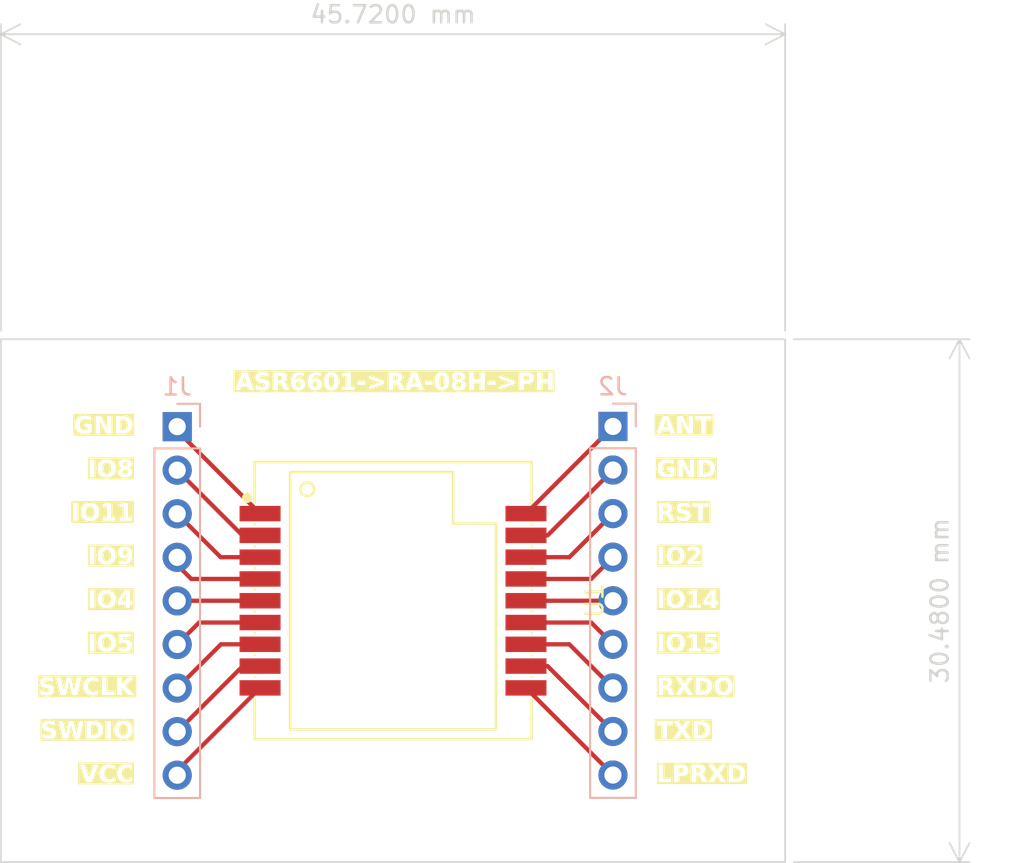
<source format=kicad_pcb>
(kicad_pcb (version 20221018) (generator pcbnew)
  (layers (0 "F.Cu" signal) (31 "B.Cu" signal) (34 "B.Paste" user) (35 "F.Paste" user) (36 "B.SilkS" user "B.Silkscreen") (37 "F.SilkS" user "F.Silkscreen") (38 "B.Mask" user) (39 "F.Mask" user) (44 "Edge.Cuts" user))
  (net 0 "")
  (net 1 "Net-(J1-Pin_1)")
  (net 2 "Net-(J1-Pin_2)")
  (net 3 "Net-(J1-Pin_3)")
  (net 4 "Net-(J1-Pin_4)")
  (net 5 "Net-(J1-Pin_5)")
  (net 6 "Net-(J1-Pin_6)")
  (net 7 "Net-(J1-Pin_7)")
  (net 8 "Net-(J1-Pin_8)")
  (net 9 "Net-(J1-Pin_9)")
  (net 10 "Net-(J2-Pin_1)")
  (net 11 "Net-(J2-Pin_2)")
  (net 12 "Net-(J2-Pin_3)")
  (net 13 "Net-(J2-Pin_4)")
  (net 14 "Net-(J2-Pin_5)")
  (net 15 "Net-(J2-Pin_6)")
  (net 16 "Net-(J2-Pin_7)")
  (net 17 "Net-(J2-Pin_8)")
  (net 18 "Net-(J2-Pin_9)")
  (footprint "PARTS:COMM-SMD_18P-L16.0-W16.0-P1.27-BL_RA-08H" (layer "F.Cu") (at 160.02 114.3 -90)
    (fp_text reference "U1" (at 0 -11.75 90) (layer "F.SilkS"))
    (fp_text value "RA-08H(915)")
    (fp_line (start -8.08 -8.08) (end -5.72 -8.08) (stroke (width 0.15)) (layer "F.SilkS"))
    (fp_line (start -8.08 8.07) (end -8.08 -8.08) (stroke (width 0.15)) (layer "F.SilkS"))
    (fp_line (start -7.5 -3.5) (end -7.5 6) (stroke (width 0.15)) (layer "F.SilkS"))
    (fp_line (start -7.5 6) (end 7.5 6) (stroke (width 0.15)) (layer "F.SilkS"))
    (fp_line (start -5.72 8.07) (end -8.08 8.07) (stroke (width 0.15)) (layer "F.SilkS"))
    (fp_line (start -4.5 -6) (end -4.5 -3.5) (stroke (width 0.15)) (layer "F.SilkS"))
    (fp_line (start -4.5 -3.5) (end -7.5 -3.5) (stroke (width 0.15)) (layer "F.SilkS"))
    (fp_line (start -4.45 -8.08) (end -4.45 -8.08) (stroke (width 0.15)) (layer "F.SilkS"))
    (fp_line (start -4.45 8.07) (end -4.45 8.07) (stroke (width 0.15)) (layer "F.SilkS"))
    (fp_line (start -3.18 -8.08) (end -3.18 -8.08) (stroke (width 0.15)) (layer "F.SilkS"))
    (fp_line (start -3.18 8.07) (end -3.18 8.07) (stroke (width 0.15)) (layer "F.SilkS"))
    (fp_line (start -1.91 -8.08) (end -1.91 -8.08) (stroke (width 0.15)) (layer "F.SilkS"))
    (fp_line (start -1.91 8.07) (end -1.91 8.07) (stroke (width 0.15)) (layer "F.SilkS"))
    (fp_line (start -0.64 -8.08) (end -0.64 -8.08) (stroke (width 0.15)) (layer "F.SilkS"))
    (fp_line (start -0.64 8.07) (end -0.64 8.07) (stroke (width 0.15)) (layer "F.SilkS"))
    (fp_line (start 0.63 -8.08) (end 0.63 -8.08) (stroke (width 0.15)) (layer "F.SilkS"))
    (fp_line (start 0.63 8.07) (end 0.63 8.07) (stroke (width 0.15)) (layer "F.SilkS"))
    (fp_line (start 1.9 -8.08) (end 1.9 -8.08) (stroke (width 0.15)) (layer "F.SilkS"))
    (fp_line (start 1.9 8.07) (end 1.9 8.07) (stroke (width 0.15)) (layer "F.SilkS"))
    (fp_line (start 3.17 -8.08) (end 3.17 -8.08) (stroke (width 0.15)) (layer "F.SilkS"))
    (fp_line (start 3.17 8.07) (end 3.17 8.07) (stroke (width 0.15)) (layer "F.SilkS"))
    (fp_line (start 4.44 -8.08) (end 4.44 -8.08) (stroke (width 0.15)) (layer "F.SilkS"))
    (fp_line (start 4.44 8.07) (end 4.44 8.07) (stroke (width 0.15)) (layer "F.SilkS"))
    (fp_line (start 5.71 -8.08) (end 8.07 -8.08) (stroke (width 0.15)) (layer "F.SilkS"))
    (fp_line (start 7.5 -6) (end -4.5 -6) (stroke (width 0.15)) (layer "F.SilkS"))
    (fp_line (start 7.5 6) (end 7.5 -6) (stroke (width 0.15)) (layer "F.SilkS"))
    (fp_line (start 8.07 8.07) (end 5.71 8.07) (stroke (width 0.15)) (layer "F.SilkS"))
    (fp_line (start 8.07 8.07) (end 8.07 -8.08) (stroke (width 0.15)) (layer "F.SilkS"))
    (fp_circle (center -6.5 5) (end -6.1 5) (stroke (width 0.15)) (fill none) (layer "F.SilkS"))
    (fp_circle (center -6 8.5) (end -5.85 8.5) (stroke (width 0.3)) (fill none) (layer "F.SilkS"))
    (pad "1" smd rect (at -5.08 7.75) (size 2.39 0.9) (layers "F.Cu" "F.Paste" "F.Mask") (net 1 "Net-(J1-Pin_1)"))
    (pad "2" smd rect (at -3.81 7.75) (size 2.39 0.9) (layers "F.Cu" "F.Paste" "F.Mask") (net 2 "Net-(J1-Pin_2)"))
    (pad "3" smd rect (at -2.54 7.75) (size 2.39 0.9) (layers "F.Cu" "F.Paste" "F.Mask") (net 3 "Net-(J1-Pin_3)"))
    (pad "4" smd rect (at -1.27 7.75) (size 2.39 0.9) (layers "F.Cu" "F.Paste" "F.Mask") (net 4 "Net-(J1-Pin_4)"))
    (pad "5" smd rect (at 0 7.75) (size 2.39 0.9) (layers "F.Cu" "F.Paste" "F.Mask") (net 5 "Net-(J1-Pin_5)"))
    (pad "6" smd rect (at 1.27 7.75) (size 2.39 0.9) (layers "F.Cu" "F.Paste" "F.Mask") (net 6 "Net-(J1-Pin_6)"))
    (pad "7" smd rect (at 2.54 7.75) (size 2.39 0.9) (layers "F.Cu" "F.Paste" "F.Mask") (net 7 "Net-(J1-Pin_7)"))
    (pad "8" smd rect (at 3.81 7.75) (size 2.39 0.9) (layers "F.Cu" "F.Paste" "F.Mask") (net 8 "Net-(J1-Pin_8)"))
    (pad "9" smd rect (at 5.08 7.75) (size 2.39 0.9) (layers "F.Cu" "F.Paste" "F.Mask") (net 9 "Net-(J1-Pin_9)"))
    (pad "10" smd rect (at 5.08 -7.75) (size 2.39 0.9) (layers "F.Cu" "F.Paste" "F.Mask") (net 18 "Net-(J2-Pin_9)"))
    (pad "11" smd rect (at 3.81 -7.75) (size 2.39 0.9) (layers "F.Cu" "F.Paste" "F.Mask") (net 17 "Net-(J2-Pin_8)"))
    (pad "12" smd rect (at 2.54 -7.75) (size 2.39 0.9) (layers "F.Cu" "F.Paste" "F.Mask") (net 16 "Net-(J2-Pin_7)"))
    (pad "13" smd rect (at 1.27 -7.75) (size 2.39 0.9) (layers "F.Cu" "F.Paste" "F.Mask") (net 15 "Net-(J2-Pin_6)"))
    (pad "14" smd rect (at 0 -7.75) (size 2.39 0.9) (layers "F.Cu" "F.Paste" "F.Mask") (net 14 "Net-(J2-Pin_5)"))
    (pad "15" smd rect (at -1.27 -7.75) (size 2.39 0.9) (layers "F.Cu" "F.Paste" "F.Mask") (net 13 "Net-(J2-Pin_4)"))
    (pad "16" smd rect (at -2.54 -7.75) (size 2.39 0.9) (layers "F.Cu" "F.Paste" "F.Mask") (net 12 "Net-(J2-Pin_3)"))
    (pad "17" smd rect (at -3.81 -7.75) (size 2.39 0.9) (layers "F.Cu" "F.Paste" "F.Mask") (net 11 "Net-(J2-Pin_2)"))
    (pad "18" smd rect (at -5.08 -7.75) (size 2.39 0.9) (layers "F.Cu" "F.Paste" "F.Mask") (net 10 "Net-(J2-Pin_1)"))
  )
  (footprint "Connector_PinHeader_2.54mm:PinHeader_1x09_P2.54mm_Vertical" (layer "B.Cu") (at 172.84 104.14 180)
    (fp_text reference "J2" (at 0 2.33) (layer "B.SilkS") (effects (justify mirror)))
    (fp_text value "Conn_01x09_Pin")
    (fp_line (start -1.33 -21.65) (end 1.33 -21.65) (stroke (width 0.12)) (layer "B.SilkS"))
    (fp_line (start -1.33 -1.27) (end -1.33 -21.65) (stroke (width 0.12)) (layer "B.SilkS"))
    (fp_line (start -1.33 -1.27) (end 1.33 -1.27) (stroke (width 0.12)) (layer "B.SilkS"))
    (fp_line (start -1.33 0) (end -1.33 1.33) (stroke (width 0.12)) (layer "B.SilkS"))
    (fp_line (start -1.33 1.33) (end 0 1.33) (stroke (width 0.12)) (layer "B.SilkS"))
    (fp_line (start 1.33 -1.27) (end 1.33 -21.65) (stroke (width 0.12)) (layer "B.SilkS"))
    (pad "1" thru_hole rect (at 0 0 180) (size 1.7 1.7) (drill 1) (layers "*.Cu" "*.Mask") (net 10 "Net-(J2-Pin_1)"))
    (pad "2" thru_hole oval (at 0 -2.54 180) (size 1.7 1.7) (drill 1) (layers "*.Cu" "*.Mask") (net 11 "Net-(J2-Pin_2)"))
    (pad "3" thru_hole oval (at 0 -5.08 180) (size 1.7 1.7) (drill 1) (layers "*.Cu" "*.Mask") (net 12 "Net-(J2-Pin_3)"))
    (pad "4" thru_hole oval (at 0 -7.62 180) (size 1.7 1.7) (drill 1) (layers "*.Cu" "*.Mask") (net 13 "Net-(J2-Pin_4)"))
    (pad "5" thru_hole oval (at 0 -10.16 180) (size 1.7 1.7) (drill 1) (layers "*.Cu" "*.Mask") (net 14 "Net-(J2-Pin_5)"))
    (pad "6" thru_hole oval (at 0 -12.7 180) (size 1.7 1.7) (drill 1) (layers "*.Cu" "*.Mask") (net 15 "Net-(J2-Pin_6)"))
    (pad "7" thru_hole oval (at 0 -15.24 180) (size 1.7 1.7) (drill 1) (layers "*.Cu" "*.Mask") (net 16 "Net-(J2-Pin_7)"))
    (pad "8" thru_hole oval (at 0 -17.78 180) (size 1.7 1.7) (drill 1) (layers "*.Cu" "*.Mask") (net 17 "Net-(J2-Pin_8)"))
    (pad "9" thru_hole oval (at 0 -20.32 180) (size 1.7 1.7) (drill 1) (layers "*.Cu" "*.Mask") (net 18 "Net-(J2-Pin_9)"))
  )
  (footprint "Connector_PinHeader_2.54mm:PinHeader_1x09_P2.54mm_Vertical" (layer "B.Cu") (at 147.44 104.15 180)
    (fp_text reference "J1" (at 0 2.33) (layer "B.SilkS") (effects (justify mirror)))
    (fp_text value "Conn_01x09_Pin")
    (fp_line (start -1.33 -21.65) (end 1.33 -21.65) (stroke (width 0.12)) (layer "B.SilkS"))
    (fp_line (start -1.33 -1.27) (end -1.33 -21.65) (stroke (width 0.12)) (layer "B.SilkS"))
    (fp_line (start -1.33 -1.27) (end 1.33 -1.27) (stroke (width 0.12)) (layer "B.SilkS"))
    (fp_line (start -1.33 0) (end -1.33 1.33) (stroke (width 0.12)) (layer "B.SilkS"))
    (fp_line (start -1.33 1.33) (end 0 1.33) (stroke (width 0.12)) (layer "B.SilkS"))
    (fp_line (start 1.33 -1.27) (end 1.33 -21.65) (stroke (width 0.12)) (layer "B.SilkS"))
    (pad "1" thru_hole rect (at 0 0 180) (size 1.7 1.7) (drill 1) (layers "*.Cu" "*.Mask") (net 1 "Net-(J1-Pin_1)"))
    (pad "2" thru_hole oval (at 0 -2.54 180) (size 1.7 1.7) (drill 1) (layers "*.Cu" "*.Mask") (net 2 "Net-(J1-Pin_2)"))
    (pad "3" thru_hole oval (at 0 -5.08 180) (size 1.7 1.7) (drill 1) (layers "*.Cu" "*.Mask") (net 3 "Net-(J1-Pin_3)"))
    (pad "4" thru_hole oval (at 0 -7.62 180) (size 1.7 1.7) (drill 1) (layers "*.Cu" "*.Mask") (net 4 "Net-(J1-Pin_4)"))
    (pad "5" thru_hole oval (at 0 -10.16 180) (size 1.7 1.7) (drill 1) (layers "*.Cu" "*.Mask") (net 5 "Net-(J1-Pin_5)"))
    (pad "6" thru_hole oval (at 0 -12.7 180) (size 1.7 1.7) (drill 1) (layers "*.Cu" "*.Mask") (net 6 "Net-(J1-Pin_6)"))
    (pad "7" thru_hole oval (at 0 -15.24 180) (size 1.7 1.7) (drill 1) (layers "*.Cu" "*.Mask") (net 7 "Net-(J1-Pin_7)"))
    (pad "8" thru_hole oval (at 0 -17.78 180) (size 1.7 1.7) (drill 1) (layers "*.Cu" "*.Mask") (net 8 "Net-(J1-Pin_8)"))
    (pad "9" thru_hole oval (at 0 -20.32 180) (size 1.7 1.7) (drill 1) (layers "*.Cu" "*.Mask") (net 9 "Net-(J1-Pin_9)"))
  )
  (gr_rect (start 137.16 99.06) (end 182.88 129.54) (stroke (width 0.1)) (fill none) (layer "Edge.Cuts"))
  (gr_text "IO4" (at 144.9 114.3) (layer "F.SilkS" knockout) (effects (font (size 1 1)) (justify right)))
  (gr_text "IO14" (at 175.38 114.3) (layer "F.SilkS" knockout) (effects (font (size 1 1)) (justify left)))
  (gr_text "RXDO" (at 175.38 119.38) (layer "F.SilkS" knockout) (effects (font (size 1 1)) (justify left)))
  (gr_text "IO5" (at 144.9 116.84) (layer "F.SilkS" knockout) (effects (font (size 1 1)) (justify right)))
  (gr_text "IO2" (at 175.38 111.76) (layer "F.SilkS" knockout) (effects (font (size 1 1)) (justify left)))
  (gr_text "RST" (at 175.38 109.22) (layer "F.SilkS" knockout) (effects (font (size 1 1)) (justify left)))
  (gr_text "IO15" (at 175.38 116.84) (layer "F.SilkS" knockout) (effects (font (size 1 1)) (justify left)))
  (gr_text "SWCLK" (at 144.9 119.38) (layer "F.SilkS" knockout) (effects (font (size 1 1)) (justify right)))
  (gr_text "GND" (at 175.38 106.68) (layer "F.SilkS" knockout) (effects (font (size 1 1)) (justify left)))
  (gr_text "IO8" (at 144.9 106.68) (layer "F.SilkS" knockout) (effects (font (size 1 1)) (justify right)))
  (gr_text "ASR6601->RA-08H->PH" (at 160.14 101.6) (layer "F.SilkS" knockout) (effects (font (size 1 1))))
  (gr_text "IO9" (at 144.9 111.76) (layer "F.SilkS" knockout) (effects (font (size 1 1)) (justify right)))
  (gr_text "TXD" (at 175.38 121.92) (layer "F.SilkS" knockout) (effects (font (size 1 1)) (justify left)))
  (gr_text "SWDIO" (at 144.9 121.92) (layer "F.SilkS" knockout) (effects (font (size 1 1)) (justify right)))
  (gr_text "ANT" (at 175.38 104.14) (layer "F.SilkS" knockout) (effects (font (size 1 1)) (justify left)))
  (gr_text "LPRXD" (at 175.38 124.46) (layer "F.SilkS" knockout) (effects (font (size 1 1)) (justify left)))
  (gr_text "IO11" (at 144.9 109.22) (layer "F.SilkS" knockout) (effects (font (size 1 1)) (justify right)))
  (gr_text "VCC" (at 144.9 124.46) (layer "F.SilkS" knockout) (effects (font (size 1 1)) (justify right)))
  (gr_text "GND" (at 144.9 104.14) (layer "F.SilkS" knockout) (effects (font (size 1 1)) (justify right)))
  (dimension (type aligned) (layer "Edge.Cuts") (pts (xy 137.16 99.06) (xy 182.88 99.06)) (height -17.78) (gr_text "45.7200 mm" (at 160.02 80.13) (layer "Edge.Cuts") (effects (font (size 1 1) (thickness 0.15)))) (format (prefix "") (suffix "") (units 3) (units_format 1) (precision 4)) (style (thickness 0.1) (arrow_length 1.27) (text_position_mode 0) (extension_height 0.58642) (extension_offset 0.5) keep_text_aligned))
  (dimension (type aligned) (layer "Edge.Cuts") (pts (xy 182.88 129.54) (xy 182.88 99.06)) (height 10.16) (gr_text "30.4800 mm" (at 191.89 114.3 90) (layer "Edge.Cuts") (effects (font (size 1 1) (thickness 0.15)))) (format (prefix "") (suffix "") (units 3) (units_format 1) (precision 4)) (style (thickness 0.1) (arrow_length 1.27) (text_position_mode 0) (extension_height 0.58642) (extension_offset 0.5) keep_text_aligned))
  (segment (start 147.44 104.15) (end 147.44 104.39) (width 0.25) (layer "F.Cu") (net 1))
  (segment (start 147.44 104.39) (end 152.27 109.22) (width 0.25) (layer "F.Cu") (net 1))
  (segment (start 147.44 106.69) (end 151.24 110.49) (width 0.25) (layer "F.Cu") (net 2))
  (segment (start 151.24 110.49) (end 152.27 110.49) (width 0.25) (layer "F.Cu") (net 2))
  (segment (start 152.27 111.76) (end 149.97 111.76) (width 0.25) (layer "F.Cu") (net 3))
  (segment (start 149.97 111.76) (end 147.44 109.23) (width 0.25) (layer "F.Cu") (net 3))
  (segment (start 147.44 112.21) (end 147.44 111.77) (width 0.25) (layer "F.Cu") (net 4))
  (segment (start 152.27 113.03) (end 148.26 113.03) (width 0.25) (layer "F.Cu") (net 4))
  (segment (start 148.26 113.03) (end 147.44 112.21) (width 0.25) (layer "F.Cu") (net 4))
  (segment (start 152.27 114.3) (end 147.45 114.3) (width 0.25) (layer "F.Cu") (net 5))
  (segment (start 147.45 114.3) (end 147.44 114.31) (width 0.25) (layer "F.Cu") (net 5))
  (segment (start 152.27 115.57) (end 148.715 115.57) (width 0.25) (layer "F.Cu") (net 6))
  (segment (start 148.715 115.57) (end 147.445 116.84) (width 0.25) (layer "F.Cu") (net 6))
  (segment (start 152.27 116.84) (end 149.99 116.84) (width 0.25) (layer "F.Cu") (net 7))
  (segment (start 149.99 116.84) (end 147.44 119.39) (width 0.25) (layer "F.Cu") (net 7))
  (segment (start 152.27 118.11) (end 151.26 118.11) (width 0.25) (layer "F.Cu") (net 8))
  (segment (start 151.26 118.11) (end 147.44 121.93) (width 0.25) (layer "F.Cu") (net 8))
  (segment (start 152.27 119.38) (end 147.44 124.21) (width 0.25) (layer "F.Cu") (net 9))
  (segment (start 147.44 124.21) (end 147.44 124.47) (width 0.25) (layer "F.Cu") (net 9))
  (segment (start 172.84 104.15) (end 172.84 104.14) (width 0.25) (layer "F.Cu") (net 10))
  (segment (start 167.77 109.22) (end 172.84 104.15) (width 0.25) (layer "F.Cu") (net 10))
  (segment (start 169.03 110.49) (end 172.84 106.68) (width 0.25) (layer "F.Cu") (net 11))
  (segment (start 167.77 110.49) (end 169.03 110.49) (width 0.25) (layer "F.Cu") (net 11))
  (segment (start 170.3 111.76) (end 172.84 109.22) (width 0.25) (layer "F.Cu") (net 12))
  (segment (start 167.77 111.76) (end 170.3 111.76) (width 0.25) (layer "F.Cu") (net 12))
  (segment (start 171.57 113.03) (end 172.84 111.76) (width 0.25) (layer "F.Cu") (net 13))
  (segment (start 167.77 113.03) (end 171.57 113.03) (width 0.25) (layer "F.Cu") (net 13))
  (segment (start 167.77 114.3) (end 172.84 114.3) (width 0.25) (layer "F.Cu") (net 14))
  (segment (start 167.77 115.57) (end 171.57 115.57) (width 0.25) (layer "F.Cu") (net 15))
  (segment (start 171.57 115.57) (end 172.84 116.84) (width 0.25) (layer "F.Cu") (net 15))
  (segment (start 167.77 116.84) (end 170.3 116.84) (width 0.25) (layer "F.Cu") (net 16))
  (segment (start 170.3 116.84) (end 172.84 119.38) (width 0.25) (layer "F.Cu") (net 16))
  (segment (start 169.03 118.11) (end 172.84 121.92) (width 0.25) (layer "F.Cu") (net 17))
  (segment (start 167.77 118.11) (end 169.03 118.11) (width 0.25) (layer "F.Cu") (net 17))
  (segment (start 172.84 124.45) (end 172.84 124.46) (width 0.25) (layer "F.Cu") (net 18))
  (segment (start 167.77 119.38) (end 172.84 124.45) (width 0.25) (layer "F.Cu") (net 18))
)
</source>
